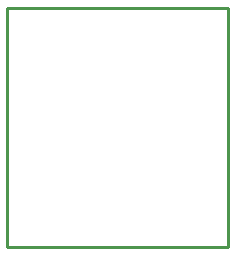
<source format=gbr>
G04 EAGLE Gerber RS-274X export*
G75*
%MOMM*%
%FSLAX34Y34*%
%LPD*%
%IN*%
%IPPOS*%
%AMOC8*
5,1,8,0,0,1.08239X$1,22.5*%
G01*
%ADD10C,0.254000*%


D10*
X0Y596900D02*
X187200Y596900D01*
X187200Y800000D01*
X0Y800000D01*
X0Y596900D01*
M02*

</source>
